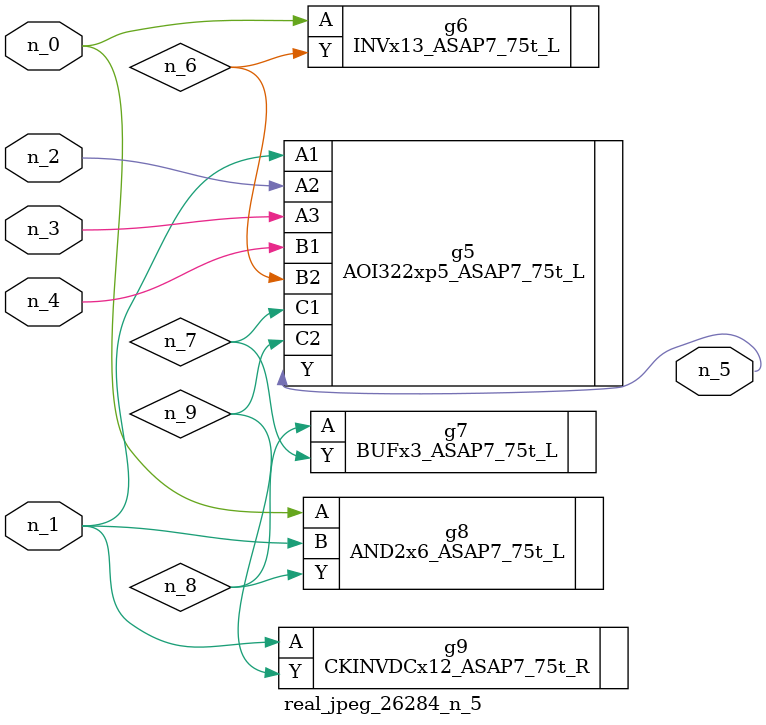
<source format=v>
module real_jpeg_26284_n_5 (n_4, n_0, n_1, n_2, n_3, n_5);

input n_4;
input n_0;
input n_1;
input n_2;
input n_3;

output n_5;

wire n_8;
wire n_6;
wire n_7;
wire n_9;

INVx13_ASAP7_75t_L g6 ( 
.A(n_0),
.Y(n_6)
);

AND2x6_ASAP7_75t_L g8 ( 
.A(n_0),
.B(n_1),
.Y(n_8)
);

AOI322xp5_ASAP7_75t_L g5 ( 
.A1(n_1),
.A2(n_2),
.A3(n_3),
.B1(n_4),
.B2(n_6),
.C1(n_7),
.C2(n_9),
.Y(n_5)
);

CKINVDCx12_ASAP7_75t_R g9 ( 
.A(n_1),
.Y(n_9)
);

BUFx3_ASAP7_75t_L g7 ( 
.A(n_8),
.Y(n_7)
);


endmodule
</source>
